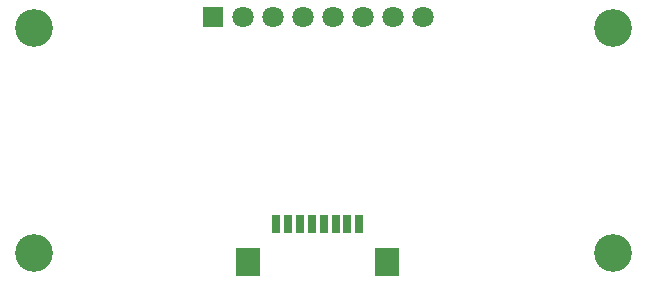
<source format=gbs>
G04*
G04 #@! TF.GenerationSoftware,Altium Limited,Altium Designer,23.9.2 (47)*
G04*
G04 Layer_Color=16711935*
%FSLAX44Y44*%
%MOMM*%
G71*
G04*
G04 #@! TF.SameCoordinates,35F43EC8-9B02-491F-93BC-FA8834C0D824*
G04*
G04*
G04 #@! TF.FilePolarity,Negative*
G04*
G01*
G75*
%ADD16C,1.8032*%
%ADD17R,1.8032X1.8032*%
%ADD18C,3.2032*%
%ADD25R,2.0032X2.4032*%
%ADD26R,0.8032X1.5032*%
D16*
X333500Y229351D02*
D03*
X206500D02*
D03*
X231900D02*
D03*
X308100D02*
D03*
X257300D02*
D03*
X282700D02*
D03*
X358900D02*
D03*
D17*
X181100D02*
D03*
D18*
X520000Y30000D02*
D03*
Y220000D02*
D03*
X30000D02*
D03*
Y30000D02*
D03*
D25*
X211000Y22041D02*
D03*
X329000D02*
D03*
D26*
X275000Y54541D02*
D03*
X265000D02*
D03*
X285000D02*
D03*
X295000D02*
D03*
X305000D02*
D03*
X245000D02*
D03*
X235000D02*
D03*
X255000D02*
D03*
M02*

</source>
